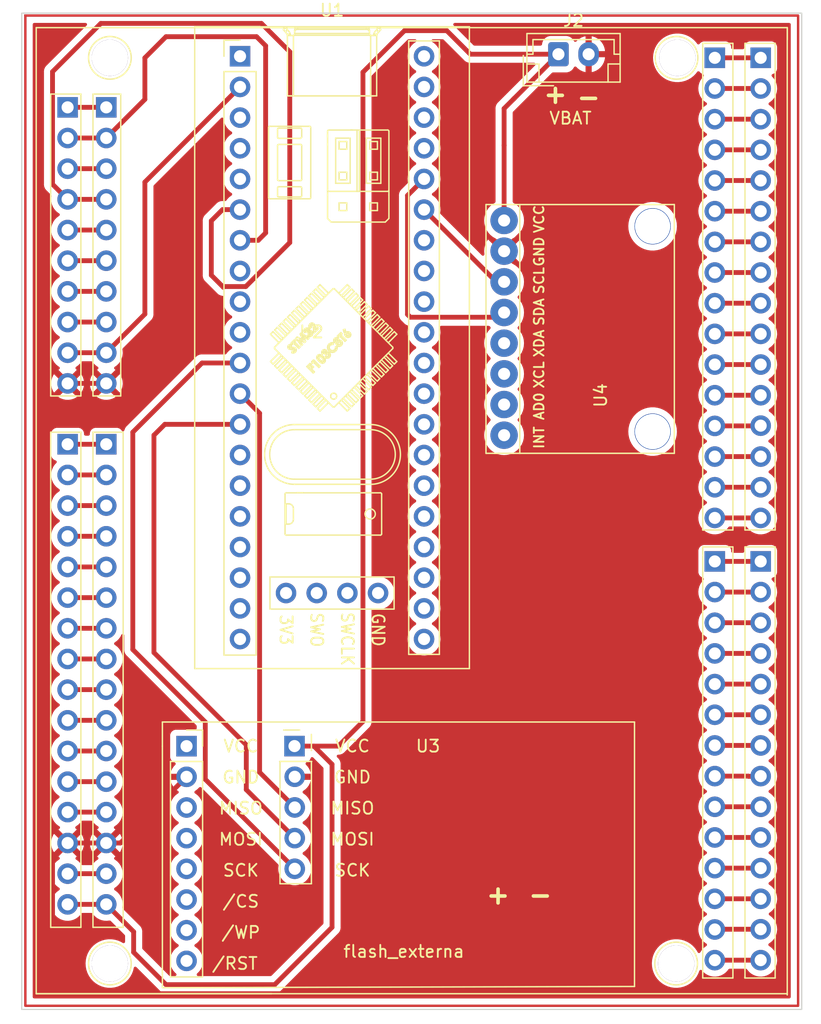
<source format=kicad_pcb>
(kicad_pcb (version 20211014) (generator pcbnew)
  (layers (0 "F.Cu" signal) (31 "B.Cu" signal) (34 "B.Paste" user) (35 "F.Paste" user) (36 "B.SilkS" user "B.Silkscreen") (37 "F.SilkS" user "F.Silkscreen") (38 "B.Mask" user) (39 "F.Mask" user) (44 "Edge.Cuts" user))
  (net 0 "")
  (net 13 "Net-(U1-Pad11)")
  (net 15 "Net-(U1-Pad12)")
  (net 17 "Net-(U1-Pad13)")
  (net 23 "Net-(U1-Pad16)")
  (net 30 "Net-(U1-Pad20)")
  (net 31 "Net-(U1-Pad39)")
  (net 32 "Net-(U1-Pad1)")
  (net 33 "Net-(U1-Pad2)")
  (net 34 "Net-(U1-Pad6)")
  (net 35 "Net-(U1-Pad7)")
  (net 36 "Net-(U1-Pad19)")
  (net 37 "Net-(U1-Pad35)")
  (net 38 "Net-(U1-Pad36)")
  (net 39 "Net-(U1-Pad38)")
  (net 40 "GND_BAT")
  (net 41 "BAT_EXT")
  (net 42 "Net-(U1-Pad41)")
  (net 43 "Net-(U1-Pad42)")
  (net 44 "Net-(U1-Pad43)")
  (net 45 "Net-(U1-Pad44)")
  (net 48 "unconnected-(U2-Pad1)")
  (net 49 "unconnected-(U2-Pad3)")
  (net 50 "unconnected-(U2-Pad5)")
  (net 51 "unconnected-(U2-Pad6)")
  (net 52 "unconnected-(U2-Pad7)")
  (net 53 "unconnected-(U2-Pad8)")
  (net 54 "unconnected-(U2-Pad11)")
  (net 55 "unconnected-(U2-Pad12)")
  (net 56 "unconnected-(U2-Pad13)")
  (net 57 "unconnected-(U2-Pad14)")
  (net 58 "unconnected-(U2-Pad15)")
  (net 59 "unconnected-(U2-Pad16)")
  (net 60 "unconnected-(U2-Pad17)")
  (net 61 "unconnected-(U2-Pad18)")
  (net 62 "unconnected-(U2-Pad19)")
  (net 63 "unconnected-(U2-Pad20)")
  (net 64 "unconnected-(U2-Pad21)")
  (net 65 "unconnected-(U2-Pad22)")
  (net 66 "unconnected-(U2-Pad23)")
  (net 67 "unconnected-(U2-Pad25)")
  (net 68 "unconnected-(U2-Pad42)")
  (net 69 "unconnected-(U2-Pad27)")
  (net 70 "unconnected-(U2-Pad28)")
  (net 71 "unconnected-(U2-Pad29)")
  (net 72 "unconnected-(U2-Pad30)")
  (net 73 "unconnected-(U2-Pad31)")
  (net 74 "unconnected-(U2-Pad32)")
  (net 75 "unconnected-(U2-Pad33)")
  (net 76 "unconnected-(U2-Pad34)")
  (net 77 "unconnected-(U2-Pad35)")
  (net 78 "unconnected-(U2-Pad36)")
  (net 79 "unconnected-(U2-Pad37)")
  (net 80 "unconnected-(U2-Pad38)")
  (net 81 "unconnected-(U2-Pad39)")
  (net 82 "unconnected-(U2-Pad40)")
  (net 83 "unconnected-(U2-Pad41)")
  (net 84 "unconnected-(U2-Pad43)")
  (net 85 "unconnected-(U2-Pad44)")
  (net 86 "unconnected-(U2-Pad45)")
  (net 87 "unconnected-(U2-Pad46)")
  (net 88 "unconnected-(U2-Pad47)")
  (net 89 "unconnected-(U2-Pad48)")
  (net 90 "unconnected-(U2-Pad49)")
  (net 91 "unconnected-(U2-Pad50)")
  (net 92 "unconnected-(U2-Pad51)")
  (net 93 "unconnected-(U2-Pad53)")
  (net 94 "unconnected-(U2-Pad54)")
  (net 95 "unconnected-(U2-Pad55)")
  (net 96 "unconnected-(U2-Pad56)")
  (net 97 "BAT_ENA")
  (footprint "Connector_JST:JST_EH_B2B-EH-A_1x02_P2.50mm_Vertical" (layer "F.Cu") (at 91.25 70.2)
    (fp_text reference "J2" (at 1.25 -2.8) (layer "F.SilkS"))
    (fp_text value "VBAT" (at 1 5.3) (layer "F.SilkS"))
    (pad "1" thru_hole roundrect (at 0 0) (size 1.7 2) (drill 1) (layers *.Cu *.Mask) (roundrect_rratio 0.147059) (net 41 "BAT_EXT"))
    (pad "2" thru_hole oval (at 2.5 0) (size 1.7 2) (drill 1) (layers *.Cu *.Mask) (net 40 "GND_BAT"))
  )
  (footprint "simo_mpu6050:MPU6050" (layer "F.Cu") (at 86.75 101.75 90)
    (fp_text reference "U4" (at 3.3 8 90) (layer "F.SilkS"))
    (fp_text value "mpu6050")
    (fp_text user "INT" (at -0.2 2.9 90) (layer "F.SilkS") (effects (font (size 0.8 0.8))))
    (fp_text user "AD0" (at 2.4 2.9 90) (layer "F.SilkS") (effects (font (size 0.8 0.8))))
    (fp_text user "XDA" (at 7.6 2.9 90) (layer "F.SilkS") (effects (font (size 0.8 0.8))))
    (fp_text user "SCL" (at 12.8 2.9 90) (layer "F.SilkS") (effects (font (size 0.8 0.8))))
    (fp_text user "GND" (at 15.2 2.9 90) (layer "F.SilkS") (effects (font (size 0.8 0.8))))
    (fp_text user "VCC" (at 17.9 2.9 90) (layer "F.SilkS") (effects (font (size 0.8 0.8))))
    (fp_text user "XCL" (at 5 2.9 90) (layer "F.SilkS") (effects (font (size 0.8 0.8))))
    (fp_text user "SDA" (at 10.2 2.9 90) (layer "F.SilkS") (effects (font (size 0.8 0.8))))
    (pad "" thru_hole circle (at 17.3 12.3 90) (size 3 3) (drill 2.9) (layers *.Cu *.Mask))
    (pad "" thru_hole circle (at 0.3 12.3 90) (size 3 3) (drill 2.9) (layers *.Cu *.Mask))
    (pad "1" thru_hole circle (at 0 0 90) (size 2.27 2.27) (drill 1) (layers *.Cu *.Mask))
    (pad "2" thru_hole circle (at 2.54 0 90) (size 2.27 2.27) (drill 1) (layers *.Cu *.Mask))
    (pad "3" thru_hole circle (at 5.08 0 90) (size 2.27 2.27) (drill 1) (layers *.Cu *.Mask))
    (pad "4" thru_hole circle (at 7.62 0 90) (size 2.27 2.27) (drill 1) (layers *.Cu *.Mask))
    (pad "5" thru_hole circle (at 10.16 0 90) (size 2.27 2.27) (drill 1) (layers *.Cu *.Mask) (net 38 "Net-(U1-Pad36)"))
    (pad "6" thru_hole circle (at 12.7 0 90) (size 2.27 2.27) (drill 1) (layers *.Cu *.Mask) (net 37 "Net-(U1-Pad35)"))
    (pad "7" thru_hole circle (at 15.24 0 90) (size 2.27 2.27) (drill 1) (layers *.Cu *.Mask) (net 40 "GND_BAT"))
    (pad "8" thru_hole circle (at 17.78 0 90) (size 2.27 2.27) (drill 1) (layers *.Cu *.Mask) (net 41 "BAT_EXT"))
  )
  (footprint "simo_flash:conector_flash_ext" (layer "F.Cu") (at 60.45 127.5)
    (fp_text reference "U3" (at 20 0) (layer "F.SilkS"))
    (fp_text value "flash_externa" (at 18 17) (layer "F.SilkS"))
    (fp_text user "/CS" (at 4.5 12.85714) (layer "F.SilkS"))
    (fp_text user "GND" (at 4.5 2.571428) (layer "F.SilkS"))
    (fp_text user "SCK" (at 4.5 10.285712) (layer "F.SilkS"))
    (fp_text user "SCK" (at 13.74 10.28) (layer "F.SilkS"))
    (fp_text user "/RST" (at 4 18) (layer "F.SilkS"))
    (fp_text user "MISO" (at 4.5 5.142856) (layer "F.SilkS"))
    (fp_text user "GND" (at 13.74 2.565716) (layer "F.SilkS"))
    (fp_text user "VCC" (at 4.5 0) (layer "F.SilkS"))
    (fp_text user "MOSI" (at 13.74 7.708572) (layer "F.SilkS"))
    (fp_text user "MISO" (at 13.74 5.137144) (layer "F.SilkS"))
    (fp_text user "VCC" (at 13.74 -0.005712) (layer "F.SilkS"))
    (fp_text user "MOSI" (at 4.5 7.714284) (layer "F.SilkS"))
    (fp_text user "/WP" (at 4.5 15.428568) (layer "F.SilkS"))
    (pad "1" thru_hole rect (at 8.94 -0.005712) (size 1.7 1.7) (drill 1) (layers *.Cu *.Mask) (net 41 "BAT_EXT"))
    (pad "1" thru_hole rect (at 0 0) (size 1.7 1.7) (drill 1) (layers *.Cu *.Mask) (net 41 "BAT_EXT"))
    (pad "2" thru_hole oval (at 8.96 2.534288) (size 1.7 1.7) (drill 1) (layers *.Cu *.Mask) (net 40 "GND_BAT"))
    (pad "2" thru_hole oval (at 0 2.54) (size 1.7 1.7) (drill 1) (layers *.Cu *.Mask) (net 40 "GND_BAT"))
    (pad "3" thru_hole oval (at 8.96 5.074288) (size 1.7 1.7) (drill 1) (layers *.Cu *.Mask) (net 15 "Net-(U1-Pad12)"))
    (pad "3" thru_hole oval (at 0 5.08) (size 1.7 1.7) (drill 1) (layers *.Cu *.Mask) (net 15 "Net-(U1-Pad12)"))
    (pad "4" thru_hole oval (at 8.96 7.614288) (size 1.7 1.7) (drill 1) (layers *.Cu *.Mask) (net 17 "Net-(U1-Pad13)"))
    (pad "4" thru_hole oval (at 0 7.62) (size 1.7 1.7) (drill 1) (layers *.Cu *.Mask) (net 17 "Net-(U1-Pad13)"))
    (pad "5" thru_hole oval (at 0 10.16) (size 1.7 1.7) (drill 1) (layers *.Cu *.Mask) (net 13 "Net-(U1-Pad11)"))
    (pad "5" thru_hole oval (at 8.96 10.154288) (size 1.7 1.7) (drill 1) (layers *.Cu *.Mask) (net 13 "Net-(U1-Pad11)"))
    (pad "6" thru_hole oval (at 0 12.7) (size 1.7 1.7) (drill 1) (layers *.Cu *.Mask) (net 23 "Net-(U1-Pad16)"))
    (pad "7" thru_hole oval (at 0 15.24) (size 1.7 1.7) (drill 1) (layers *.Cu *.Mask))
    (pad "8" thru_hole oval (at 0 17.78) (size 1.7 1.7) (drill 1) (layers *.Cu *.Mask))
  )
  (footprint "elemon_board:elemon_board" (layer "F.Cu") (at 48 68)
    (fp_text reference "U2" (at 22.8 25.2) (layer "F.SilkS"))
    (fp_text value "elemon_board")
    (pad "" thru_hole circle (at 6.1 77.5) (size 3 3) (drill 3) (layers *.Cu *.Mask))
    (pad "" thru_hole circle (at 53 77.5) (size 3 3) (drill 3) (layers *.Cu *.Mask))
    (pad "" thru_hole circle (at 6.1 2.5) (size 3 3) (drill 3) (layers *.Cu *.Mask))
    (pad "" thru_hole circle (at 53.1 2.5) (size 3 3) (drill 3) (layers *.Cu *.Mask))
    (pad "1" thru_hole rect (at 2.6 6.6) (size 1.7 1.7) (drill 1) (layers *.Cu *.Mask) (net 48 "unconnected-(U2-Pad1)"))
    (pad "1" thru_hole rect (at 5.8 6.6) (size 1.7 1.7) (drill 1) (layers *.Cu *.Mask) (net 48 "unconnected-(U2-Pad1)"))
    (pad "2" thru_hole circle (at 5.8 9.14) (size 1.7 1.7) (drill 1) (layers *.Cu *.Mask) (net 35 "Net-(U1-Pad7)"))
    (pad "2" thru_hole circle (at 2.6 9.14) (size 1.7 1.7) (drill 1) (layers *.Cu *.Mask) (net 35 "Net-(U1-Pad7)"))
    (pad "3" thru_hole circle (at 2.6 11.68) (size 1.7 1.7) (drill 1) (layers *.Cu *.Mask) (net 49 "unconnected-(U2-Pad3)"))
    (pad "3" thru_hole circle (at 5.8 11.68) (size 1.7 1.7) (drill 1) (layers *.Cu *.Mask) (net 49 "unconnected-(U2-Pad3)"))
    (pad "4" thru_hole circle (at 2.6 14.22) (size 1.7 1.7) (drill 1) (layers *.Cu *.Mask) (net 34 "Net-(U1-Pad6)"))
    (pad "4" thru_hole circle (at 5.8 14.22) (size 1.7 1.7) (drill 1) (layers *.Cu *.Mask) (net 34 "Net-(U1-Pad6)"))
    (pad "5" thru_hole circle (at 2.6 16.76) (size 1.7 1.7) (drill 1) (layers *.Cu *.Mask) (net 50 "unconnected-(U2-Pad5)"))
    (pad "5" thru_hole circle (at 5.8 16.76) (size 1.7 1.7) (drill 1) (layers *.Cu *.Mask) (net 50 "unconnected-(U2-Pad5)"))
    (pad "6" thru_hole circle (at 5.8 19.3) (size 1.7 1.7) (drill 1) (layers *.Cu *.Mask) (net 51 "unconnected-(U2-Pad6)"))
    (pad "6" thru_hole circle (at 2.6 19.3) (size 1.7 1.7) (drill 1) (layers *.Cu *.Mask) (net 51 "unconnected-(U2-Pad6)"))
    (pad "7" thru_hole circle (at 5.8 21.84) (size 1.7 1.7) (drill 1) (layers *.Cu *.Mask) (net 52 "unconnected-(U2-Pad7)"))
    (pad "7" thru_hole circle (at 2.6 21.84) (size 1.7 1.7) (drill 1) (layers *.Cu *.Mask) (net 52 "unconnected-(U2-Pad7)"))
    (pad "8" thru_hole circle (at 5.8 24.38) (size 1.7 1.7) (drill 1) (layers *.Cu *.Mask) (net 53 "unconnected-(U2-Pad8)"))
    (pad "8" thru_hole circle (at 2.6 24.38) (size 1.7 1.7) (drill 1) (layers *.Cu *.Mask) (net 53 "unconnected-(U2-Pad8)"))
    (pad "9" thru_hole circle (at 5.8 26.92) (size 1.7 1.7) (drill 1) (layers *.Cu *.Mask) (net 33 "Net-(U1-Pad2)"))
    (pad "9" thru_hole circle (at 2.6 26.92) (size 1.7 1.7) (drill 1) (layers *.Cu *.Mask) (net 33 "Net-(U1-Pad2)"))
    (pad "10" thru_hole circle (at 2.6 29.46) (size 1.7 1.7) (drill 1) (layers *.Cu *.Mask) (net 40 "GND_BAT"))
    (pad "10" thru_hole circle (at 5.8 29.46) (size 1.7 1.7) (drill 1) (layers *.Cu *.Mask) (net 40 "GND_BAT"))
    (pad "11" thru_hole rect (at 5.8 34.5) (size 1.7 1.7) (drill 1) (layers *.Cu *.Mask) (net 54 "unconnected-(U2-Pad11)"))
    (pad "11" thru_hole rect (at 2.6 34.5) (size 1.7 1.7) (drill 1) (layers *.Cu *.Mask) (net 54 "unconnected-(U2-Pad11)"))
    (pad "12" thru_hole circle (at 2.6 37.04) (size 1.7 1.7) (drill 1) (layers *.Cu *.Mask) (net 55 "unconnected-(U2-Pad12)"))
    (pad "12" thru_hole circle (at 5.8 37.04) (size 1.7 1.7) (drill 1) (layers *.Cu *.Mask) (net 55 "unconnected-(U2-Pad12)"))
    (pad "13" thru_hole circle (at 5.8 39.58) (size 1.7 1.7) (drill 1) (layers *.Cu *.Mask) (net 56 "unconnected-(U2-Pad13)"))
    (pad "13" thru_hole circle (at 2.6 39.58) (size 1.7 1.7) (drill 1) (layers *.Cu *.Mask) (net 56 "unconnected-(U2-Pad13)"))
    (pad "14" thru_hole circle (at 5.8 42.12) (size 1.7 1.7) (drill 1) (layers *.Cu *.Mask) (net 57 "unconnected-(U2-Pad14)"))
    (pad "14" thru_hole circle (at 2.6 42.12) (size 1.7 1.7) (drill 1) (layers *.Cu *.Mask) (net 57 "unconnected-(U2-Pad14)"))
    (pad "15" thru_hole circle (at 2.6 44.66) (size 1.7 1.7) (drill 1) (layers *.Cu *.Mask) (net 58 "unconnected-(U2-Pad15)"))
    (pad "15" thru_hole circle (at 5.8 44.66) (size 1.7 1.7) (drill 1) (layers *.Cu *.Mask) (net 58 "unconnected-(U2-Pad15)"))
    (pad "16" thru_hole circle (at 2.6 47.2) (size 1.7 1.7) (drill 1) (layers *.Cu *.Mask) (net 59 "unconnected-(U2-Pad16)"))
    (pad "16" thru_hole circle (at 5.8 47.2) (size 1.7 1.7) (drill 1) (layers *.Cu *.Mask) (net 59 "unconnected-(U2-Pad16)"))
    (pad "17" thru_hole circle (at 5.8 49.74) (size 1.7 1.7) (drill 1) (layers *.Cu *.Mask) (net 60 "unconnected-(U2-Pad17)"))
    (pad "17" thru_hole circle (at 2.6 49.74) (size 1.7 1.7) (drill 1) (layers *.Cu *.Mask) (net 60 "unconnected-(U2-Pad17)"))
    (pad "18" thru_hole circle (at 2.6 52.28) (size 1.7 1.7) (drill 1) (layers *.Cu *.Mask) (net 61 "unconnected-(U2-Pad18)"))
    (pad "18" thru_hole circle (at 5.8 52.28) (size 1.7 1.7) (drill 1) (layers *.Cu *.Mask) (net 61 "unconnected-(U2-Pad18)"))
    (pad "19" thru_hole circle (at 5.8 54.82) (size 1.7 1.7) (drill 1) (layers *.Cu *.Mask) (net 62 "unconnected-(U2-Pad19)"))
    (pad "19" thru_hole circle (at 2.6 54.82) (size 1.7 1.7) (drill 1) (layers *.Cu *.Mask) (net 62 "unconnected-(U2-Pad19)"))
    (pad "20" thru_hole circle (at 2.6 57.36) (size 1.7 1.7) (drill 1) (layers *.Cu *.Mask) (net 63 "unconnected-(U2-Pad20)"))
    (pad "20" thru_hole circle (at 5.8 57.36) (size 1.7 1.7) (drill 1) (layers *.Cu *.Mask) (net 63 "unconnected-(U2-Pad20)"))
    (pad "21" thru_hole circle (at 2.6 59.9) (size 1.7 1.7) (drill 1) (layers *.Cu *.Mask) (net 64 "unconnected-(U2-Pad21)"))
    (pad "21" thru_hole circle (at 5.8 59.9) (size 1.7 1.7) (drill 1) (layers *.Cu *.Mask) (net 64 "unconnected-(U2-Pad21)"))
    (pad "22" thru_hole circle (at 2.6 62.44) (size 1.7 1.7) (drill 1) (layers *.Cu *.Mask) (net 65 "unconnected-(U2-Pad22)"))
    (pad "22" thru_hole circle (at 5.8 62.44) (size 1.7 1.7) (drill 1) (layers *.Cu *.Mask) (net 65 "unconnected-(U2-Pad22)"))
    (pad "23" thru_hole circle (at 2.6 64.959992) (size 1.7 1.7) (drill 1) (layers *.Cu *.Mask) (net 66 "unconnected-(U2-Pad23)"))
    (pad "23" thru_hole circle (at 5.8 64.959992) (size 1.7 1.7) (drill 1) (layers *.Cu *.Mask) (net 66 "unconnected-(U2-Pad23)"))
    (pad "24" thru_hole circle (at 5.8 67.52) (size 1.7 1.7) (drill 1) (layers *.Cu *.Mask) (net 40 "GND_BAT"))
    (pad "24" thru_hole circle (at 2.6 67.52) (size 1.7 1.7) (drill 1) (layers *.Cu *.Mask) (net 40 "GND_BAT"))
    (pad "25" thru_hole circle (at 5.8 70.06) (size 1.7 1.7) (drill 1) (layers *.Cu *.Mask) (net 67 "unconnected-(U2-Pad25)"))
    (pad "25" thru_hole circle (at 2.6 70.06) (size 1.7 1.7) (drill 1) (layers *.Cu *.Mask) (net 67 "unconnected-(U2-Pad25)"))
    (pad "26" thru_hole circle (at 2.6 72.6) (size 1.7 1.7) (drill 1) (layers *.Cu *.Mask) (net 41 "BAT_EXT"))
    (pad "26" thru_hole circle (at 5.8 72.6) (size 1.7 1.7) (drill 1) (layers *.Cu *.Mask) (net 41 "BAT_EXT"))
    (pad "27" thru_hole rect (at 56.2 2.5) (size 1.7 1.7) (drill 1) (layers *.Cu *.Mask) (net 69 "unconnected-(U2-Pad27)"))
    (pad "27" thru_hole rect (at 60 2.5) (size 1.7 1.7) (drill 1) (layers *.Cu *.Mask) (net 69 "unconnected-(U2-Pad27)"))
    (pad "28" thru_hole circle (at 56.2 5.04) (size 1.7 1.7) (drill 1) (layers *.Cu *.Mask) (net 70 "unconnected-(U2-Pad28)"))
    (pad "28" thru_hole circle (at 60 5.04) (size 1.7 1.7) (drill 1) (layers *.Cu *.Mask) (net 70 "unconnected-(U2-Pad28)"))
    (pad "29" thru_hole circle (at 56.2 7.58) (size 1.7 1.7) (drill 1) (layers *.Cu *.Mask) (net 71 "unconnected-(U2-Pad29)"))
    (pad "29" thru_hole circle (at 60 7.58) (size 1.7 1.7) (drill 1) (layers *.Cu *.Mask) (net 71 "unconnected-(U2-Pad29)"))
    (pad "30" thru_hole circle (at 60 10.12) (size 1.7 1.7) (drill 1) (layers *.Cu *.Mask) (net 72 "unconnected-(U2-Pad30)"))
    (pad "30" thru_hole circle (at 56.2 10.12) (size 1.7 1.7) (drill 1) (layers *.Cu *.Mask) (net 72 "unconnected-(U2-Pad30)"))
    (pad "31" thru_hole circle (at 56.2 12.66) (size 1.7 1.7) (drill 1) (layers *.Cu *.Mask) (net 73 "unconnected-(U2-Pad31)"))
    (pad "31" thru_hole circle (at 60 12.66) (size 1.7 1.7) (drill 1) (layers *.Cu *.Mask) (net 73 "unconnected-(U2-Pad31)"))
    (pad "32" thru_hole circle (at 56.2 15.2) (size 1.7 1.7) (drill 1) (layers *.Cu *.Mask) (net 74 "unconnected-(U2-Pad32)"))
    (pad "32" thru_hole circle (at 60 15.2) (size 1.7 1.7) (drill 1) (layers *.Cu *.Mask) (net 74 "unconnected-(U2-Pad32)"))
    (pad "33" thru_hole circle (at 56.2 17.74) (size 1.7 1.7) (drill 1) (layers *.Cu *.Mask) (net 75 "unconnected-(U2-Pad33)"))
    (pad "33" thru_hole circle (at 60 17.74) (size 1.7 1.7) (drill 1) (layers *.Cu *.Mask) (net 75 "unconnected-(U2-Pad33)"))
    (pad "34" thru_hole circle (at 60 20.28) (size 1.7 1.7) (drill 1) (layers *.Cu *.Mask) (net 76 "unconnected-(U2-Pad34)"))
    (pad "34" thru_hole circle (at 56.2 20.28) (size 1.7 1.7) (drill 1) (layers *.Cu *.Mask) (net 76 "unconnected-(U2-Pad34)"))
    (pad "35" thru_hole circle (at 60 22.82) (size 1.7 1.7) (drill 1) (layers *.Cu *.Mask) (net 77 "unconnected-(U2-Pad35)"))
    (pad "35" thru_hole circle (at 56.2 22.82) (size 1.7 1.7) (drill 1) (layers *.Cu *.Mask) (net 77 "unconnected-(U2-Pad35)"))
    (pad "36" thru_hole circle (at 56.2 25.36) (size 1.7 1.7) (drill 1) (layers *.Cu *.Mask) (net 78 "unconnected-(U2-Pad36)"))
    (pad "36" thru_hole circle (at 60 25.36) (size 1.7 1.7) (drill 1) (layers *.Cu *.Mask) (net 78 "unconnected-(U2-Pad36)"))
    (pad "37" thru_hole circle (at 60 27.9) (size 1.7 1.7) (drill 1) (layers *.Cu *.Mask) (net 79 "unconnected-(U2-Pad37)"))
    (pad "37" thru_hole circle (at 56.2 27.9) (size 1.7 1.7) (drill 1) (layers *.Cu *.Mask) (net 79 "unconnected-(U2-Pad37)"))
    (pad "38" thru_hole circle (at 56.2 30.44) (size 1.7 1.7) (drill 1) (layers *.Cu *.Mask) (net 80 "unconnected-(U2-Pad38)"))
    (pad "38" thru_hole circle (at 60 30.44) (size 1.7 1.7) (drill 1) (layers *.Cu *.Mask) (net 80 "unconnected-(U2-Pad38)"))
    (pad "39" thru_hole circle (at 56.2 32.98) (size 1.7 1.7) (drill 1) (layers *.Cu *.Mask) (net 81 "unconnected-(U2-Pad39)"))
    (pad "39" thru_hole circle (at 60 32.959992) (size 1.7 1.7) (drill 1) (layers *.Cu *.Mask) (net 81 "unconnected-(U2-Pad39)"))
    (pad "40" thru_hole circle (at 60 35.52) (size 1.7 1.7) (drill 1) (layers *.Cu *.Mask) (net 82 "unconnected-(U2-Pad40)"))
    (pad "40" thru_hole circle (at 56.2 35.52) (size 1.7 1.7) (drill 1) (layers *.Cu *.Mask) (net 82 "unconnected-(U2-Pad40)"))
    (pad "41" thru_hole circle (at 60 38.06) (size 1.7 1.7) (drill 1) (layers *.Cu *.Mask) (net 83 "unconnected-(U2-Pad41)"))
    (pad "41" thru_hole circle (at 56.2 38.06) (size 1.7 1.7) (drill 1) (layers *.Cu *.Mask) (net 83 "unconnected-(U2-Pad41)"))
    (pad "42" thru_hole circle (at 56.2 40.6) (size 1.7 1.7) (drill 1) (layers *.Cu *.Mask) (net 68 "unconnected-(U2-Pad42)"))
    (pad "42" thru_hole circle (at 60 40.6) (size 1.7 1.7) (drill 1) (layers *.Cu *.Mask) (net 68 "unconnected-(U2-Pad42)"))
    (pad "43" thru_hole rect (at 60 44.2) (size 1.7 1.7) (drill 1) (layers *.Cu *.Mask) (net 84 "unconnected-(U2-Pad43)"))
    (pad "43" thru_hole rect (at 56.2 44.2) (size 1.7 1.7) (drill 1) (layers *.Cu *.Mask) (net 84 "unconnected-(U2-Pad43)"))
    (pad "44" thru_hole circle (at 56.2 46.74) (size 1.7 1.7) (drill 1) (layers *.Cu *.Mask) (net 85 "unconnected-(U2-Pad44)"))
    (pad "44" thru_hole circle (at 60 46.74) (size 1.7 1.7) (drill 1) (layers *.Cu *.Mask) (net 85 "unconnected-(U2-Pad44)"))
    (pad "45" thru_hole circle (at 56.2 49.28) (size 1.7 1.7) (drill 1) (layers *.Cu *.Mask) (net 86 "unconnected-(U2-Pad45)"))
    (pad "45" thru_hole circle (at 60 49.28) (size 1.7 1.7) (drill 1) (layers *.Cu *.Mask) (net 86 "unconnected-(U2-Pad45)"))
    (pad "46" thru_hole circle (at 56.2 51.82) (size 1.7 1.7) (drill 1) (layers *.Cu *.Mask) (net 87 "unconnected-(U2-Pad46)"))
    (pad "46" thru_hole circle (at 60 51.82) (size 1.7 1.7) (drill 1) (layers *.Cu *.Mask) (net 87 "unconnected-(U2-Pad46)"))
    (pad "47" thru_hole circle (at 60 54.36) (size 1.7 1.7) (drill 1) (layers *.Cu *.Mask) (net 88 "unconnected-(U2-Pad47)"))
    (pad "47" thru_hole circle (at 56.2 54.36) (size 1.7 1.7) (drill 1) (layers *.Cu *.Mask) (net 88 "unconnected-(U2-Pad47)"))
    (pad "48" thru_hole circle (at 60 56.9) (size 1.7 1.7) (drill 1) (layers *.Cu *.Mask) (net 89 "unconnected-(U2-Pad48)"))
    (pad "48" thru_hole circle (at 56.2 56.9) (size 1.7 1.7) (drill 1) (layers *.Cu *.Mask) (net 89 "unconnected-(U2-Pad48)"))
    (pad "49" thru_hole circle (at 56.2 59.44) (size 1.7 1.7) (drill 1) (layers *.Cu *.Mask) (net 90 "unconnected-(U2-Pad49)"))
    (pad "49" thru_hole circle (at 60 59.44) (size 1.7 1.7) (drill 1) (layers *.Cu *.Mask) (net 90 "unconnected-(U2-Pad49)"))
    (pad "50" thru_hole circle (at 60 61.98) (size 1.7 1.7) (drill 1) (layers *.Cu *.Mask) (net 91 "unconnected-(U2-Pad50)"))
    (pad "50" thru_hole circle (at 56.2 61.98) (size 1.7 1.7) (drill 1) (layers *.Cu *.Mask) (net 91 "unconnected-(U2-Pad50)"))
    (pad "51" thru_hole circle (at 60 64.52) (size 1.7 1.7) (drill 1) (layers *.Cu *.Mask) (net 92 "unconnected-(U2-Pad51)"))
    (pad "51" thru_hole circle (at 56.2 64.52) (size 1.7 1.7) (drill 1) (layers *.Cu *.Mask) (net 92 "unconnected-(U2-Pad51)"))
    (pad "52" thru_hole circle (at 60 67.06) (size 1.7 1.7) (drill 1) (layers *.Cu *.Mask) (net 97 "BAT_ENA"))
    (pad "52" thru_hole circle (at 56.2 67.06) (size 1.7 1.7) (drill 1) (layers *.Cu *.Mask) (net 97 "BAT_ENA"))
    (pad "53" thru_hole circle (at 56.2 69.6) (size 1.7 1.7) (drill 1) (layers *.Cu *.Mask) (net 93 "unconnected-(U2-Pad53)"))
    (pad "53" thru_hole circle (at 60 69.6) (size 1.7 1.7) (drill 1) (layers *.Cu *.Mask) (net 93 "unconnected-(U2-Pad53)"))
    (pad "54" thru_hole circle (at 60 72.14) (size 1.7 1.7) (drill 1) (layers *.Cu *.Mask) (net 94 "unconnected-(U2-Pad54)"))
    (pad "54" thru_hole circle (at 56.2 72.14) (size 1.7 1.7) (drill 1) (layers *.Cu *.Mask) (net 94 "unconnected-(U2-Pad54)"))
    (pad "55" thru_hole circle (at 56.2 74.68) (size 1.7 1.7) (drill 1) (layers *.Cu *.Mask) (net 95 "unconnected-(U2-Pad55)"))
    (pad "55" thru_hole circle (at 60 74.659992) (size 1.7 1.7) (drill 1) (layers *.Cu *.Mask) (net 95 "unconnected-(U2-Pad55)"))
    (pad "56" thru_hole circle (at 56.2 77.22) (size 1.7 1.7) (drill 1) (layers *.Cu *.Mask) (net 96 "unconnected-(U2-Pad56)"))
    (pad "56" thru_hole circle (at 60 77.22) (size 1.7 1.7) (drill 1) (layers *.Cu *.Mask) (net 96 "unconnected-(U2-Pad56)"))
  )
  (footprint "simo:YAAJ_BluePill_SWD_1" (layer "F.Cu") (at 64.88 70.37)
    (fp_text reference "U1" (at 7.62 -3.81) (layer "F.SilkS"))
    (fp_text value "YAAJ_BluePill_Part_Like_SWD_Breakout" hide)
    (fp_text user "3V3" (at 3.81 47.498 -90 unlocked) (layer "F.SilkS") (effects (font (size 1 0.9))))
    (fp_text user "GND" (at 11.43 47.498 -90 unlocked) (layer "F.SilkS") (effects (font (size 1 0.9))))
    (fp_text user "SWCLK" (at 8.89 48.26 -90 unlocked) (layer "F.SilkS") (effects (font (size 1 0.9))))
    (fp_text user "SWO" (at 6.35 47.498 -90 unlocked) (layer "F.SilkS") (effects (font (size 1 0.9))))
    (pad "1" thru_hole rect locked (at 0 0) (size 1.7 1.7) (drill 1) (layers *.Cu *.Mask) (net 32 "Net-(U1-Pad1)"))
    (pad "2" thru_hole circle locked (at 0 2.54) (size 1.7 1.7) (drill 1) (layers *.Cu *.Mask) (net 33 "Net-(U1-Pad2)"))
    (pad "3" thru_hole circle locked (at 0 5.08) (size 1.7 1.7) (drill 1) (layers *.Cu *.Mask))
    (pad "4" thru_hole circle locked (at 0 7.62) (size 1.7 1.7) (drill 1) (layers *.Cu *.Mask))
    (pad "5" thru_hole circle locked (at 0 10.16) (size 1.7 1.7) (drill 1) (layers *.Cu *.Mask))
    (pad "6" thru_hole circle locked (at 0 12.7) (size 1.7 1.7) (drill 1) (layers *.Cu *.Mask) (net 34 "Net-(U1-Pad6)"))
    (pad "7" thru_hole circle locked (at 0 15.24) (size 1.7 1.7) (drill 1) (layers *.Cu *.Mask) (net 35 "Net-(U1-Pad7)"))
    (pad "8" thru_hole circle locked (at 0 17.78) (size 1.7 1.7) (drill 1) (layers *.Cu *.Mask))
    (pad "9" thru_hole circle locked (at 0 20.32) (size 1.7 1.7) (drill 1) (layers *.Cu *.Mask))
    (pad "10" thru_hole circle locked (at 0 22.86) (size 1.7 1.7) (drill 1) (layers *.Cu *.Mask))
    (pad "11" thru_hole circle locked (at 0 25.4) (size 1.7 1.7) (drill 1) (layers *.Cu *.Mask) (net 13 "Net-(U1-Pad11)"))
    (pad "12" thru_hole circle locked (at 0 27.94) (size 1.7 1.7) (drill 1) (layers *.Cu *.Mask) (net 15 "Net-(U1-Pad12)"))
    (pad "13" thru_hole circle locked (at 0 30.48) (size 1.7 1.7) (drill 1) (layers *.Cu *.Mask) (net 17 "Net-(U1-Pad13)"))
    (pad "14" thru_hole circle locked (at 0 33.02) (size 1.7 1.7) (drill 1) (layers *.Cu *.Mask))
    (pad "15" thru_hole circle locked (at 0 35.56) (size 1.7 1.7) (drill 1) (layers *.Cu *.Mask))
    (pad "16" thru_hole circle locked (at 0 38.1) (size 1.7 1.7) (drill 1) (layers *.Cu *.Mask) (net 23 "Net-(U1-Pad16)"))
    (pad "17" thru_hole circle locked (at 0 40.64) (size 1.7 1.7) (drill 1) (layers *.Cu *.Mask))
    (pad "18" thru_hole circle locked (at 0 43.18) (size 1.7 1.7) (drill 1) (layers *.Cu *.Mask))
    (pad "19" thru_hole circle locked (at 0 45.72) (size 1.7 1.7) (drill 1) (layers *.Cu *.Mask) (net 36 "Net-(U1-Pad19)"))
    (pad "20" thru_hole circle locked (at 0 48.26) (size 1.7 1.7) (drill 1) (layers *.Cu *.Mask) (net 30 "Net-(U1-Pad20)"))
    (pad "21" thru_hole circle locked (at 15.24 48.26) (size 1.7 1.7) (drill 1) (layers *.Cu *.Mask))
    (pad "22" thru_hole circle locked (at 15.24 45.72) (size 1.7 1.7) (drill 1) (layers *.Cu *.Mask))
    (pad "23" thru_hole circle locked (at 15.24 43.18) (size 1.7 1.7) (drill 1) (layers *.Cu *.Mask))
    (pad "24" thru_hole circle locked (at 15.24 40.64) (size 1.7 1.7) (drill 1) (layers *.Cu *.Mask))
    (pad "25" thru_hole circle locked (at 15.24 38.1) (size 1.7 1.7) (drill 1) (layers *.Cu *.Mask))
    (pad "26" thru_hole circle locked (at 15.24 35.56) (size 1.7 1.7) (drill 1) (layers *.Cu *.Mask))
    (pad "27" thru_hole circle locked (at 15.24 33.02) (size 1.7 1.7) (drill 1) (layers *.Cu *.Mask))
    (pad "28" thru_hole circle locked (at 15.24 30.48) (size 1.7 1.7) (drill 1) (layers *.Cu *.Mask))
    (pad "29" thru_hole circle locked (at 15.24 27.94) (size 1.7 1.7) (drill 1) (layers *.Cu *.Mask))
    (pad "30" thru_hole circle locked (at 15.24 25.4) (size 1.7 1.7) (drill 1) (layers *.Cu *.Mask))
    (pad "31" thru_hole circle locked (at 15.24 22.86) (size 1.7 1.7) (drill 1) (layers *.Cu *.Mask))
    (pad "32" thru_hole circle locked (at 15.24 20.32) (size 1.7 1.7) (drill 1) (layers *.Cu *.Mask))
    (pad "33" thru_hole circle locked (at 15.24 17.78) (size 1.7 1.7) (drill 1) (layers *.Cu *.Mask))
    (pad "34" thru_hole circle locked (at 15.24 15.24) (size 1.7 1.7) (drill 1) (layers *.Cu *.Mask))
    (pad "35" thru_hole circle locked (at 15.24 12.7) (size 1.7 1.7) (drill 1) (layers *.Cu *.Mask) (net 37 "Net-(U1-Pad35)"))
    (pad "36" thru_hole circle locked (at 15.24 10.16) (size 1.7 1.7) (drill 1) (layers *.Cu *.Mask) (net 38 "Net-(U1-Pad36)"))
    (pad "37" thru_hole circle locked (at 15.24 7.62) (size 1.7 1.7) (drill 1) (layers *.Cu *.Mask))
    (pad "38" thru_hole circle locked (at 15.24 5.08) (size 1.7 1.7) (drill 1) (layers *.Cu *.Mask) (net 39 "Net-(U1-Pad38)"))
    (pad "39" thru_hole circle locked (at 15.24 2.54) (size 1.7 1.7) (drill 1) (layers *.Cu *.Mask) (net 31 "Net-(U1-Pad39)"))
    (pad "40" thru_hole circle locked (at 15.24 0) (size 1.7 1.7) (drill 1) (layers *.Cu *.Mask) (net 31 "Net-(U1-Pad39)"))
    (pad "41" thru_hole circle locked (at 11.43 44.45) (size 1.7 1.7) (drill 1) (layers *.Cu *.Mask) (net 42 "Net-(U1-Pad41)"))
    (pad "42" thru_hole circle locked (at 8.89 44.45) (size 1.7 1.7) (drill 1) (layers *.Cu *.Mask) (net 43 "Net-(U1-Pad42)"))
    (pad "43" thru_hole circle locked (at 6.35 44.45) (size 1.7 1.7) (drill 1) (layers *.Cu *.Mask) (net 44 "Net-(U1-Pad43)"))
    (pad "44" thru_hole circle locked (at 3.81 44.45) (size 1.7 1.7) (drill 1) (layers *.Cu *.Mask) (net 45 "Net-(U1-Pad44)"))
  )
  (gr_rect (start 47.1 67) (end 111.1 149) (layer "F.Cu") (width 0.2) (fill none))
  (gr_rect (start 46.8 66.8) (end 111.4 149.3) (layer "Edge.Cuts") (width 0.1) (fill none))
  (gr_text "+\n" (at 91 73.5) (layer "F.SilkS") (effects (font (size 1.5 1.5) (thickness 0.3))))
  (gr_text "-" (at 89.75 139.8) (layer "F.SilkS") (effects (font (size 1.5 1.5) (thickness 0.3))))
  (gr_text "+" (at 86.25 139.8) (layer "F.SilkS") (effects (font (size 1.5 1.5) (thickness 0.3))))
  (gr_text "-\n" (at 93.75 73.75) (layer "F.SilkS") (effects (font (size 1.5 1.5) (thickness 0.3))))
  (segment (start 56 119.5) (end 56 101.5) (width 0.4) (layer "F.Cu") (net 13))
  (segment (start 61.73 95.77) (end 64.88 95.77) (width 0.4) (layer "F.Cu") (net 13))
  (segment (start 62 125.5) (end 56 119.5) (width 0.4) (layer "F.Cu") (net 13))
  (segment (start 69.41 137.654288) (end 62 130.244288) (width 0.4) (layer "F.Cu") (net 13))
  (segment (start 62 130.244288) (end 62 125.5) (width 0.4) (layer "F.Cu") (net 13))
  (segment (start 56 101.5) (end 61.73 95.77) (width 0.4) (layer "F.Cu") (net 13))
  (segment (start 69.41 132.574288) (end 66.5 129.664288) (width 0.4) (layer "F.Cu") (net 15))
  (segment (start 69.404288 132.58) (end 69.41 132.574288) (width 0.4) (layer "F.Cu") (net 15))
  (segment (start 66.5 129.664288) (end 66.5 99.93) (width 0.4) (layer "F.Cu") (net 15))
  (segment (start 66.5 99.93) (end 64.88 98.31) (width 0.4) (layer "F.Cu") (net 15))
  (segment (start 57.75 119.75) (end 65.397856 127.397856) (width 0.4) (layer "F.Cu") (net 17))
  (segment (start 58.65 100.85) (end 57.75 101.75) (width 0.4) (layer "F.Cu") (net 17))
  (segment (start 65.397856 127.397856) (end 65.397856 131.102144) (width 0.4) (layer "F.Cu") (net 17))
  (segment (start 64.88 100.85) (end 58.65 100.85) (width 0.4) (layer "F.Cu") (net 17))
  (segment (start 57.75 101.75) (end 57.75 119.75) (width 0.4) (layer "F.Cu") (net 17))
  (segment (start 65.397856 131.102144) (end 69.41 135.114288) (width 0.4) (layer "F.Cu") (net 17))
  (segment (start 64.88 72.91) (end 57 80.79) (width 0.4) (layer "F.Cu") (net 33))
  (segment (start 53.8 94.92) (end 50.6 94.92) (width 0.4) (layer "F.Cu") (net 33))
  (segment (start 57 80.79) (end 57 91.72) (width 0.4) (layer "F.Cu") (net 33))
  (segment (start 57 91.72) (end 53.8 94.92) (width 0.4) (layer "F.Cu") (net 33))
  (segment (start 63.5 89.5) (end 62.5 88.5) (width 0.4) (layer "F.Cu") (net 34))
  (segment (start 69 85.797076) (end 65.356587 89.440489) (width 0.4) (layer "F.Cu") (net 34))
  (segment (start 49.350489 80.970489) (end 49.350489 71.649511) (width 0.4) (layer "F.Cu") (net 34))
  (segment (start 62.5 84) (end 63.43 83.07) (width 0.4) (layer "F.Cu") (net 34))
  (segment (start 66.65048 67.65048) (end 69 70) (width 0.4) (layer "F.Cu") (net 34))
  (segment (start 69 70) (end 69 85.797076) (width 0.4) (layer "F.Cu") (net 34))
  (segment (start 65.356587 89.440489) (end 63.559511 89.440489) (width 0.4) (layer "F.Cu") (net 34))
  (segment (start 63.43 83.07) (end 64.88 83.07) (width 0.4) (layer "F.Cu") (net 34))
  (segment (start 63.559511 89.440489) (end 63.5 89.5) (width 0.4) (layer "F.Cu") (net 34))
  (segment (start 50.6 82.22) (end 53.8 82.22) (width 0.4) (layer "F.Cu") (net 34))
  (segment (start 53.34952 67.65048) (end 66.65048 67.65048) (width 0.4) (layer "F.Cu") (net 34))
  (segment (start 50.6 82.22) (end 49.350489 80.970489) (width 0.4) (layer "F.Cu") (net 34))
  (segment (start 49.350489 71.649511) (end 53.34952 67.65048) (width 0.4) (layer "F.Cu") (net 34))
  (segment (start 62.5 88.5) (end 62.5 84) (width 0.4) (layer "F.Cu") (net 34))
  (segment (start 57 73.94) (end 57 70.5) (width 0.4) (layer "F.Cu") (net 35))
  (segment (start 66.25 68.75) (end 67 69.5) (width 0.4) (layer "F.Cu") (net 35))
  (segment (start 67 69.5) (end 67 85) (width 0.4) (layer "F.Cu") (net 35))
  (segment (start 67 85) (end 66.39 85.61) (width 0.4) (layer "F.Cu") (net 35))
  (segment (start 57 70.5) (end 58.75 68.75) (width 0.4) (layer "F.Cu") (net 35))
  (segment (start 53.8 77.14) (end 57 73.94) (width 0.4) (layer "F.Cu") (net 35))
  (segment (start 53.8 77.14) (end 50.6 77.14) (width 0.4) (layer "F.Cu") (net 35))
  (segment (start 58.75 68.75) (end 66.25 68.75) (width 0.4) (layer "F.Cu") (net 35))
  (segment (start 66.39 85.61) (end 64.88 85.61) (width 0.4) (layer "F.Cu") (net 35))
  (segment (start 86.1 89.05) (end 86.75 89.05) (width 0.4) (layer "F.Cu") (net 37))
  (segment (start 80.12 83.07) (end 86.1 89.05) (width 0.4) (layer "F.Cu") (net 37))
  (segment (start 78.980489 91.980489) (end 86.359511 91.980489) (width 0.4) (layer "F.Cu") (net 38))
  (segment (start 86.359511 91.980489) (end 86.75 91.59) (width 0.4) (layer "F.Cu") (net 38))
  (segment (start 80.12 80.53) (end 78.75 81.9) (width 0.4) (layer "F.Cu") (net 38))
  (segment (start 78.75 81.9) (end 78.75 91.75) (width 0.4) (layer "F.Cu") (net 38))
  (segment (start 78.75 91.75) (end 78.980489 91.980489) (width 0.4) (layer "F.Cu") (net 38))
  (segment (start 93.75 125.75) (end 87.25 132.25) (width 0.4) (layer "F.Cu") (net 40))
  (segment (start 87.25 132.25) (end 87.5 132) (width 0.4) (layer "F.Cu") (net 40))
  (segment (start 54.97 135.52) (end 53.8 135.52) (width 0.4) (layer "F.Cu") (net 40))
  (segment (start 50.6 97.46) (end 48.5 99.56) (width 0.4) (layer "F.Cu") (net 40))
  (segment (start 50.6 135.52) (end 48.58 133.5) (width 0.4) (layer "F.Cu") (net 40))
  (segment (start 48.5 99.56) (end 48.5 133.5) (width 0.4) (layer "F.Cu") (net 40))
  (segment (start 93.75 70.2) (end 93.75 73.25) (width 0.4) (layer "F.Cu") (net 40))
  (segment (start 93.75 79.75) (end 93.75 125.75) (width 0.4) (layer "F.Cu") (net 40))
  (segment (start 93.75 73.25) (end 93.75 79.75) (width 0.4) (layer "F.Cu") (net 40))
  (segment (start 51 148) (end 71.5 148) (width 0.4) (layer "F.Cu") (net 40))
  (segment (start 71.5 148) (end 87.25 132.25) (width 0.4) (layer "F.Cu") (net 40))
  (segment (start 86.75 86.51) (end 93.51 79.75) (width 0.4) (layer "F.Cu") (net 40))
  (segment (start 60.45 130.04) (end 54.97 135.52) (width 0.4) (layer "F.Cu") (net 40))
  (segment (start 50.6 135.52) (end 49.350489 136.769511) (width 0.4) (layer "F.Cu") (net 40))
  (segment (start 48.58 133.5) (end 48.5 133.5) (width 0.4) (layer "F.Cu") (net 40))
  (segment (start 53.8 135.52) (end 50.6 135.52) (width 0.4) (layer "F.Cu") (net 40))
  (segment (start 49.350489 136.769511) (end 49.350489 146.350489) (width 0.4) (layer "F.Cu") (net 40))
  (segment (start 50.6 97.46) (end 53.8 97.46) (width 0.4) (layer "F.Cu") (net 40))
  (segment (start 93.51 79.75) (end 93.75 79.75) (width 0.4) (layer "F.Cu") (net 40))
  (segment (start 49.350489 146.350489) (end 51 148) (width 0.4) (layer "F.Cu") (net 40))
  (segment (start 75.060489 71.689511) (end 75.060489 125.456587) (width 0.4) (layer "F.Cu") (net 41))
  (segment (start 56.069521 144.569521) (end 58.75 147.25) (width 0.4) (layer "F.Cu") (net 41))
  (segment (start 87.6 73.85) (end 91.25 70.2) (width 0.4) (layer "F.Cu") (net 41))
  (segment (start 86.75 74.7) (end 87.6 73.85) (width 0.4) (layer "F.Cu") (net 41))
  (segment (start 86.75 77.75) (end 86.75 74.7) (width 0.4) (layer "F.Cu") (net 41))
  (segment (start 78.5 68.25) (end 75.060489 71.689511) (width 0.4) (layer "F.Cu") (net 41))
  (segment (start 53.8 140.6) (end 50.6 140.6) (width 0.4) (layer "F.Cu") (net 41))
  (segment (start 72.5 129) (end 72.5 142.5) (width 0.4) (layer "F.Cu") (net 41))
  (segment (start 53.8 140.6) (end 56.069521 142.869521) (width 0.4) (layer "F.Cu") (net 41))
  (segment (start 67.75 147.25) (end 72.5 142.5) (width 0.4) (layer "F.Cu") (net 41))
  (segment (start 91.25 70.2) (end 83.95 70.2) (width 0.4) (layer "F.Cu") (net 41))
  (segment (start 87.5 73.95) (end 87.6 73.85) (width 0.4) (layer "F.Cu") (net 41))
  (segment (start 69.39 127.494288) (end 70.994288 127.494288) (width 0.4) (layer "F.Cu") (net 41))
  (segment (start 58.75 147.25) (end 67.75 147.25) (width 0.4) (layer "F.Cu") (net 41))
  (segment (start 73.022788 127.494288) (end 70.994288 127.494288) (width 0.4) (layer "F.Cu") (net 41))
  (segment (start 75.060489 125.456587) (end 73.022788 127.494288) (width 0.4) (layer "F.Cu") (net 41))
  (segment (start 86.75 77.75) (end 86.75 83.97) (width 0.4) (layer "F.Cu") (net 41))
  (segment (start 82 68.25) (end 78.5 68.25) (width 0.4) (layer "F.Cu") (net 41))
  (segment (start 83.95 70.2) (end 82 68.25) (width 0.4) (layer "F.Cu") (net 41))
  (segment (start 56.069521 142.869521) (end 56.069521 144.569521) (width 0.4) (layer "F.Cu") (net 41))
  (segment (start 70.994288 127.494288) (end 72.5 129) (width 0.4) (layer "F.Cu") (net 41))
  (segment (start 50.6 74.6) (end 53.8 74.6) (width 0.4) (layer "F.Cu") (net 48))
  (segment (start 50.6 79.68) (end 53.8 79.68) (width 0.4) (layer "F.Cu") (net 49))
  (segment (start 50.6 84.76) (end 53.8 84.76) (width 0.4) (layer "F.Cu") (net 50))
  (segment (start 50.6 87.3) (end 53.8 87.3) (width 0.4) (layer "F.Cu") (net 51))
  (segment (start 50.6 89.84) (end 53.8 89.84) (width 0.4) (layer "F.Cu") (net 52))
  (segment (start 50.6 92.38) (end 53.8 92.38) (width 0.4) (layer "F.Cu") (net 53))
  (segment (start 50.6 102.5) (end 53.8 102.5) (width 0.4) (layer "F.Cu") (net 54))
  (segment (start 50.6 105.04) (end 53.8 105.04) (width 0.4) (layer "F.Cu") (net 55))
  (segment (start 53.8 107.58) (end 50.6 107.58) (width 0.4) (layer "F.Cu") (net 56))
  (segment (start 50.6 110.12) (end 53.8 110.12) (width 0.4) (layer "F.Cu") (net 57))
  (segment (start 53.8 112.66) (end 50.6 112.66) (width 0.4) (layer "F.Cu") (net 58))
  (segment (start 50.6 115.2) (end 53.8 115.2) (width 0.4) (layer "F.Cu") (net 59))
  (segment (start 53.8 117.74) (end 50.6 117.74) (width 0.4) (layer "F.Cu") (net 60))
  (segment (start 50.6 120.28) (end 53.8 120.28) (width 0.4) (layer "F.Cu") (net 61))
  (segment (start 50.6 122.82) (end 53.8 122.82) (width 0.4) (layer "F.Cu") (net 62))
  (segment (start 53.8 125.36) (end 50.6 125.36) (width 0.4) (layer "F.Cu") (net 63))
  (segment (start 50.6 127.9) (end 53.8 127.9) (width 0.4) (layer "F.Cu") (net 64))
  (segment (start 53.8 130.44) (end 50.6 130.44) (width 0.4) (layer "F.Cu") (net 65))
  (segment (start 50.6 132.959992) (end 53.8 132.959992) (width 0.4) (layer "F.Cu") (net 66))
  (segment (start 50.6 138.06) (end 53.8 138.06) (width 0.4) (layer "F.Cu") (net 67))
  (segment (start 104.2 108.6) (end 108 108.6) (width 0.4) (layer "F.Cu") (net 68))
  (segment (start 104.2 70.5) (end 108 70.5) (width 0.4) (layer "F.Cu") (net 69))
  (segment (start 104.2 73.04) (end 108 73.04) (width 0.4) (layer "F.Cu") (net 70))
  (segment (start 104.2 75.58) (end 108 75.58) (width 0.4) (layer "F.Cu") (net 71))
  (segment (start 104.2 78.12) (end 108 78.12) (width 0.4) (layer "F.Cu") (net 72))
  (segment (start 104.2 80.66) (end 108 80.66) (width 0.4) (layer "F.Cu") (net 73))
  (segment (start 108 83.2) (end 104.2 83.2) (width 0.4) (layer "F.Cu") (net 74))
  (segment (start 104.2 85.74) (end 108 85.74) (width 0.4) (layer "F.Cu") (net 75))
  (segment (start 104.2 88.28) (end 108 88.28) (width 0.4) (layer "F.Cu") (net 76))
  (segment (start 108 90.82) (end 104.2 90.82) (width 0.4) (layer "F.Cu") (net 77))
  (segment (start 104.2 93.36) (end 108 93.36) (width 0.4) (layer "F.Cu") (net 78))
  (segment (start 108 95.9) (end 104.2 95.9) (width 0.4) (layer "F.Cu") (net 79))
  (segment (start 104.2 98.44) (end 108 98.44) (width 0.4) (layer "F.Cu") (net 80))
  (segment (start 107.979992 100.98) (end 108 100.959992) (width 0.4) (layer "F.Cu") (net 81))
  (segment (start 104.2 100.98) (end 107.979992 100.98) (width 0.4) (layer "F.Cu") (net 81))
  (segment (start 108 103.52) (end 104.2 103.52) (width 0.4) (layer "F.Cu") (net 82))
  (segment (start 104.2 106.06) (end 108 106.06) (width 0.4) (layer "F.Cu") (net 83))
  (segment (start 104.2 112.2) (end 108 112.2) (width 0.4) (layer "F.Cu") (net 84))
  (segment (start 108 114.74) (end 104.2 114.74) (width 0.4) (layer "F.Cu") (net 85))
  (segment (start 104.2 117.28) (end 108 117.28) (width 0.4) (layer "F.Cu") (net 86))
  (segment (start 104.2 119.82) (end 108 119.82) (width 0.4) (layer "F.Cu") (net 87))
  (segment (start 108 122.36) (end 104.2 122.36) (width 0.4) (layer "F.Cu") (net 88))
  (segment (start 104.2 124.9) (end 108 124.9) (width 0.4) (layer "F.Cu") (net 89))
  (segment (start 104.2 127.44) (end 108 127.44) (width 0.4) (layer "F.Cu") (net 90))
  (segment (start 107 130) (end 107.98 130) (width 0.4) (layer "F.Cu") (net 91))
  (segment (start 106.98 129.98) (end 107 130) (width 0.4) (layer "F.Cu") (net 91))
  (segment (start 104.2 129.98) (end 106.98 129.98) (width 0.4) (layer "F.Cu") (net 91))
  (segment (start 107.98 130) (end 108 129.98) (width 0.4) (layer "F.Cu") (net 91))
  (segment (start 108 132.52) (end 104.2 132.52) (width 0.4) (layer "F.Cu") (net 92))
  (segment (start 108 137.6) (end 104.2 137.6) (width 0.4) (layer "F.Cu") (net 93))
  (segment (start 104.2 140.14) (end 108 140.14) (width 0.4) (layer "F.Cu") (net 94))
  (segment (start 108 142.659992) (end 104.220008 142.659992) (width 0.4) (layer "F.Cu") (net 95))
  (segment (start 104.220008 142.659992) (end 104.2 142.68) (width 0.4) (layer "F.Cu") (net 95))
  (segment (start 104.2 145.22) (end 108 145.22) (width 0.4) (layer "F.Cu") (net 96))
  (segment (start 104.2 135.06) (end 108 135.06) (width 0.4) (layer "F.Cu") (net 97))
  (zone (net 40) (net_name "GND_BAT") (layer "F.Cu") (connect_pads (clearance 0.508)) (min_thickness 0.254) (fill yes (thermal_gap 0.508) (thermal_bridge_width 0.508))
    (polygon (pts (xy 113 150.5) (xy 45 150.5) (xy 46.25 65.75) (xy 112.25 65.75)))
  )
)
</source>
